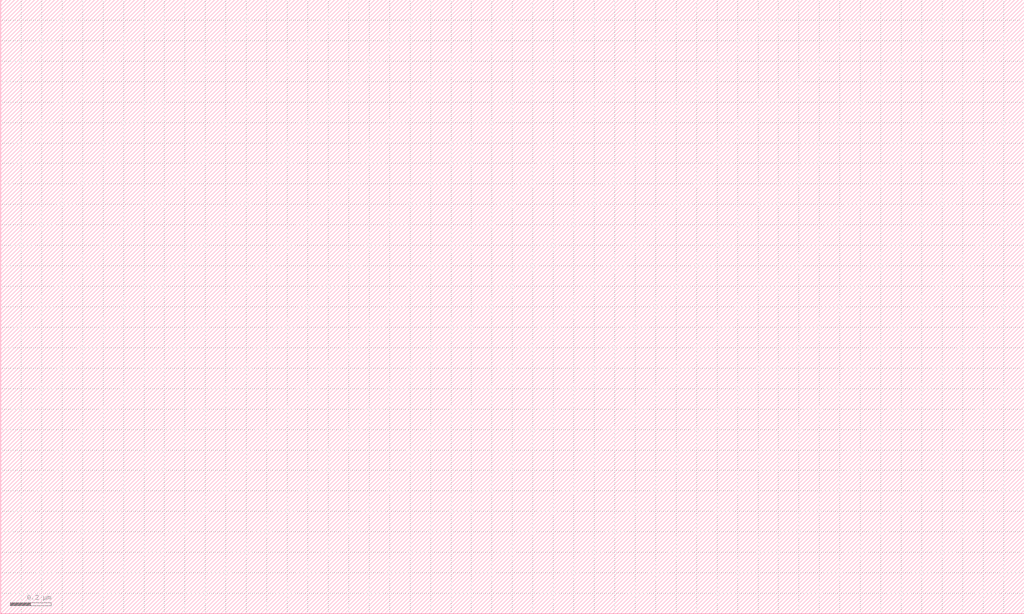
<source format=lef>
MACRO c3
     SIZE 1 BY 2 ;
END c3
 
MACRO c1
     SIZE 5 BY 3 ;
END c1
 
MACRO c2
     SIZE 1 BY 6 ;
END c2

END LIBRARY

</source>
